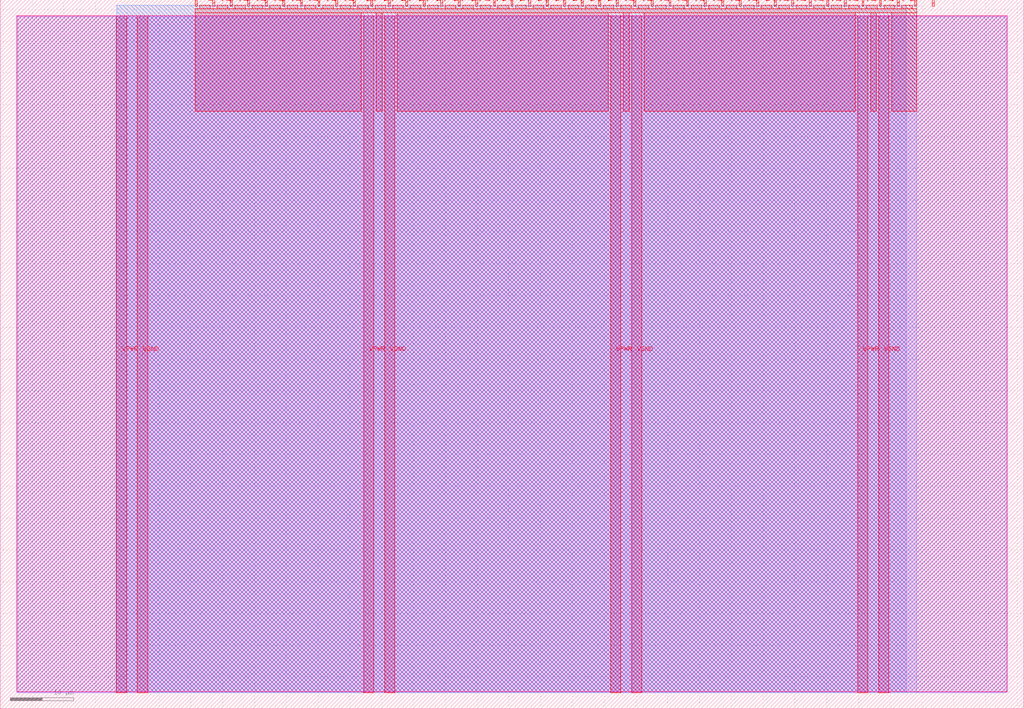
<source format=lef>
VERSION 5.7 ;
  NOWIREEXTENSIONATPIN ON ;
  DIVIDERCHAR "/" ;
  BUSBITCHARS "[]" ;
MACRO tt_um_control_block
  CLASS BLOCK ;
  FOREIGN tt_um_control_block ;
  ORIGIN 0.000 0.000 ;
  SIZE 161.000 BY 111.520 ;
  PIN VGND
    DIRECTION INOUT ;
    USE GROUND ;
    PORT
      LAYER met4 ;
        RECT 21.580 2.480 23.180 109.040 ;
    END
    PORT
      LAYER met4 ;
        RECT 60.450 2.480 62.050 109.040 ;
    END
    PORT
      LAYER met4 ;
        RECT 99.320 2.480 100.920 109.040 ;
    END
    PORT
      LAYER met4 ;
        RECT 138.190 2.480 139.790 109.040 ;
    END
  END VGND
  PIN VPWR
    DIRECTION INOUT ;
    USE POWER ;
    PORT
      LAYER met4 ;
        RECT 18.280 2.480 19.880 109.040 ;
    END
    PORT
      LAYER met4 ;
        RECT 57.150 2.480 58.750 109.040 ;
    END
    PORT
      LAYER met4 ;
        RECT 96.020 2.480 97.620 109.040 ;
    END
    PORT
      LAYER met4 ;
        RECT 134.890 2.480 136.490 109.040 ;
    END
  END VPWR
  PIN clk
    DIRECTION INPUT ;
    USE SIGNAL ;
    ANTENNAGATEAREA 0.852000 ;
    PORT
      LAYER met4 ;
        RECT 143.830 110.520 144.130 111.520 ;
    END
  END clk
  PIN ena
    DIRECTION INPUT ;
    USE SIGNAL ;
    PORT
      LAYER met4 ;
        RECT 146.590 110.520 146.890 111.520 ;
    END
  END ena
  PIN rst_n
    DIRECTION INPUT ;
    USE SIGNAL ;
    ANTENNAGATEAREA 0.196500 ;
    PORT
      LAYER met4 ;
        RECT 141.070 110.520 141.370 111.520 ;
    END
  END rst_n
  PIN ui_in[0]
    DIRECTION INPUT ;
    USE SIGNAL ;
    ANTENNAGATEAREA 0.196500 ;
    PORT
      LAYER met4 ;
        RECT 138.310 110.520 138.610 111.520 ;
    END
  END ui_in[0]
  PIN ui_in[1]
    DIRECTION INPUT ;
    USE SIGNAL ;
    ANTENNAGATEAREA 0.196500 ;
    PORT
      LAYER met4 ;
        RECT 135.550 110.520 135.850 111.520 ;
    END
  END ui_in[1]
  PIN ui_in[2]
    DIRECTION INPUT ;
    USE SIGNAL ;
    ANTENNAGATEAREA 0.196500 ;
    PORT
      LAYER met4 ;
        RECT 132.790 110.520 133.090 111.520 ;
    END
  END ui_in[2]
  PIN ui_in[3]
    DIRECTION INPUT ;
    USE SIGNAL ;
    ANTENNAGATEAREA 0.196500 ;
    PORT
      LAYER met4 ;
        RECT 130.030 110.520 130.330 111.520 ;
    END
  END ui_in[3]
  PIN ui_in[4]
    DIRECTION INPUT ;
    USE SIGNAL ;
    PORT
      LAYER met4 ;
        RECT 127.270 110.520 127.570 111.520 ;
    END
  END ui_in[4]
  PIN ui_in[5]
    DIRECTION INPUT ;
    USE SIGNAL ;
    PORT
      LAYER met4 ;
        RECT 124.510 110.520 124.810 111.520 ;
    END
  END ui_in[5]
  PIN ui_in[6]
    DIRECTION INPUT ;
    USE SIGNAL ;
    PORT
      LAYER met4 ;
        RECT 121.750 110.520 122.050 111.520 ;
    END
  END ui_in[6]
  PIN ui_in[7]
    DIRECTION INPUT ;
    USE SIGNAL ;
    PORT
      LAYER met4 ;
        RECT 118.990 110.520 119.290 111.520 ;
    END
  END ui_in[7]
  PIN uio_in[0]
    DIRECTION INPUT ;
    USE SIGNAL ;
    PORT
      LAYER met4 ;
        RECT 116.230 110.520 116.530 111.520 ;
    END
  END uio_in[0]
  PIN uio_in[1]
    DIRECTION INPUT ;
    USE SIGNAL ;
    PORT
      LAYER met4 ;
        RECT 113.470 110.520 113.770 111.520 ;
    END
  END uio_in[1]
  PIN uio_in[2]
    DIRECTION INPUT ;
    USE SIGNAL ;
    PORT
      LAYER met4 ;
        RECT 110.710 110.520 111.010 111.520 ;
    END
  END uio_in[2]
  PIN uio_in[3]
    DIRECTION INPUT ;
    USE SIGNAL ;
    PORT
      LAYER met4 ;
        RECT 107.950 110.520 108.250 111.520 ;
    END
  END uio_in[3]
  PIN uio_in[4]
    DIRECTION INPUT ;
    USE SIGNAL ;
    PORT
      LAYER met4 ;
        RECT 105.190 110.520 105.490 111.520 ;
    END
  END uio_in[4]
  PIN uio_in[5]
    DIRECTION INPUT ;
    USE SIGNAL ;
    PORT
      LAYER met4 ;
        RECT 102.430 110.520 102.730 111.520 ;
    END
  END uio_in[5]
  PIN uio_in[6]
    DIRECTION INPUT ;
    USE SIGNAL ;
    PORT
      LAYER met4 ;
        RECT 99.670 110.520 99.970 111.520 ;
    END
  END uio_in[6]
  PIN uio_in[7]
    DIRECTION INPUT ;
    USE SIGNAL ;
    PORT
      LAYER met4 ;
        RECT 96.910 110.520 97.210 111.520 ;
    END
  END uio_in[7]
  PIN uio_oe[0]
    DIRECTION OUTPUT ;
    USE SIGNAL ;
    PORT
      LAYER met4 ;
        RECT 49.990 110.520 50.290 111.520 ;
    END
  END uio_oe[0]
  PIN uio_oe[1]
    DIRECTION OUTPUT ;
    USE SIGNAL ;
    PORT
      LAYER met4 ;
        RECT 47.230 110.520 47.530 111.520 ;
    END
  END uio_oe[1]
  PIN uio_oe[2]
    DIRECTION OUTPUT ;
    USE SIGNAL ;
    PORT
      LAYER met4 ;
        RECT 44.470 110.520 44.770 111.520 ;
    END
  END uio_oe[2]
  PIN uio_oe[3]
    DIRECTION OUTPUT ;
    USE SIGNAL ;
    PORT
      LAYER met4 ;
        RECT 41.710 110.520 42.010 111.520 ;
    END
  END uio_oe[3]
  PIN uio_oe[4]
    DIRECTION OUTPUT ;
    USE SIGNAL ;
    PORT
      LAYER met4 ;
        RECT 38.950 110.520 39.250 111.520 ;
    END
  END uio_oe[4]
  PIN uio_oe[5]
    DIRECTION OUTPUT ;
    USE SIGNAL ;
    PORT
      LAYER met4 ;
        RECT 36.190 110.520 36.490 111.520 ;
    END
  END uio_oe[5]
  PIN uio_oe[6]
    DIRECTION OUTPUT ;
    USE SIGNAL ;
    PORT
      LAYER met4 ;
        RECT 33.430 110.520 33.730 111.520 ;
    END
  END uio_oe[6]
  PIN uio_oe[7]
    DIRECTION OUTPUT ;
    USE SIGNAL ;
    PORT
      LAYER met4 ;
        RECT 30.670 110.520 30.970 111.520 ;
    END
  END uio_oe[7]
  PIN uio_out[0]
    DIRECTION OUTPUT ;
    USE SIGNAL ;
    ANTENNADIFFAREA 0.445500 ;
    PORT
      LAYER met4 ;
        RECT 72.070 110.520 72.370 111.520 ;
    END
  END uio_out[0]
  PIN uio_out[1]
    DIRECTION OUTPUT ;
    USE SIGNAL ;
    ANTENNADIFFAREA 0.445500 ;
    PORT
      LAYER met4 ;
        RECT 69.310 110.520 69.610 111.520 ;
    END
  END uio_out[1]
  PIN uio_out[2]
    DIRECTION OUTPUT ;
    USE SIGNAL ;
    ANTENNADIFFAREA 0.445500 ;
    PORT
      LAYER met4 ;
        RECT 66.550 110.520 66.850 111.520 ;
    END
  END uio_out[2]
  PIN uio_out[3]
    DIRECTION OUTPUT ;
    USE SIGNAL ;
    ANTENNADIFFAREA 0.445500 ;
    PORT
      LAYER met4 ;
        RECT 63.790 110.520 64.090 111.520 ;
    END
  END uio_out[3]
  PIN uio_out[4]
    DIRECTION OUTPUT ;
    USE SIGNAL ;
    ANTENNADIFFAREA 0.445500 ;
    PORT
      LAYER met4 ;
        RECT 61.030 110.520 61.330 111.520 ;
    END
  END uio_out[4]
  PIN uio_out[5]
    DIRECTION OUTPUT ;
    USE SIGNAL ;
    ANTENNADIFFAREA 0.445500 ;
    PORT
      LAYER met4 ;
        RECT 58.270 110.520 58.570 111.520 ;
    END
  END uio_out[5]
  PIN uio_out[6]
    DIRECTION OUTPUT ;
    USE SIGNAL ;
    ANTENNADIFFAREA 0.445500 ;
    PORT
      LAYER met4 ;
        RECT 55.510 110.520 55.810 111.520 ;
    END
  END uio_out[6]
  PIN uio_out[7]
    DIRECTION OUTPUT ;
    USE SIGNAL ;
    ANTENNADIFFAREA 0.445500 ;
    PORT
      LAYER met4 ;
        RECT 52.750 110.520 53.050 111.520 ;
    END
  END uio_out[7]
  PIN uo_out[0]
    DIRECTION OUTPUT ;
    USE SIGNAL ;
    ANTENNADIFFAREA 0.445500 ;
    PORT
      LAYER met4 ;
        RECT 94.150 110.520 94.450 111.520 ;
    END
  END uo_out[0]
  PIN uo_out[1]
    DIRECTION OUTPUT ;
    USE SIGNAL ;
    ANTENNADIFFAREA 0.445500 ;
    PORT
      LAYER met4 ;
        RECT 91.390 110.520 91.690 111.520 ;
    END
  END uo_out[1]
  PIN uo_out[2]
    DIRECTION OUTPUT ;
    USE SIGNAL ;
    ANTENNADIFFAREA 0.445500 ;
    PORT
      LAYER met4 ;
        RECT 88.630 110.520 88.930 111.520 ;
    END
  END uo_out[2]
  PIN uo_out[3]
    DIRECTION OUTPUT ;
    USE SIGNAL ;
    ANTENNADIFFAREA 0.445500 ;
    PORT
      LAYER met4 ;
        RECT 85.870 110.520 86.170 111.520 ;
    END
  END uo_out[3]
  PIN uo_out[4]
    DIRECTION OUTPUT ;
    USE SIGNAL ;
    ANTENNADIFFAREA 0.445500 ;
    PORT
      LAYER met4 ;
        RECT 83.110 110.520 83.410 111.520 ;
    END
  END uo_out[4]
  PIN uo_out[5]
    DIRECTION OUTPUT ;
    USE SIGNAL ;
    ANTENNADIFFAREA 0.445500 ;
    PORT
      LAYER met4 ;
        RECT 80.350 110.520 80.650 111.520 ;
    END
  END uo_out[5]
  PIN uo_out[6]
    DIRECTION OUTPUT ;
    USE SIGNAL ;
    ANTENNADIFFAREA 0.445500 ;
    PORT
      LAYER met4 ;
        RECT 77.590 110.520 77.890 111.520 ;
    END
  END uo_out[6]
  PIN uo_out[7]
    DIRECTION OUTPUT ;
    USE SIGNAL ;
    ANTENNADIFFAREA 0.795200 ;
    PORT
      LAYER met4 ;
        RECT 74.830 110.520 75.130 111.520 ;
    END
  END uo_out[7]
  OBS
      LAYER nwell ;
        RECT 2.570 2.635 158.430 108.990 ;
      LAYER li1 ;
        RECT 2.760 2.635 158.240 108.885 ;
      LAYER met1 ;
        RECT 2.760 2.480 158.240 109.040 ;
      LAYER met2 ;
        RECT 18.310 2.535 142.510 110.685 ;
      LAYER met3 ;
        RECT 18.290 2.555 144.170 110.665 ;
      LAYER met4 ;
        RECT 31.370 110.120 33.030 110.665 ;
        RECT 34.130 110.120 35.790 110.665 ;
        RECT 36.890 110.120 38.550 110.665 ;
        RECT 39.650 110.120 41.310 110.665 ;
        RECT 42.410 110.120 44.070 110.665 ;
        RECT 45.170 110.120 46.830 110.665 ;
        RECT 47.930 110.120 49.590 110.665 ;
        RECT 50.690 110.120 52.350 110.665 ;
        RECT 53.450 110.120 55.110 110.665 ;
        RECT 56.210 110.120 57.870 110.665 ;
        RECT 58.970 110.120 60.630 110.665 ;
        RECT 61.730 110.120 63.390 110.665 ;
        RECT 64.490 110.120 66.150 110.665 ;
        RECT 67.250 110.120 68.910 110.665 ;
        RECT 70.010 110.120 71.670 110.665 ;
        RECT 72.770 110.120 74.430 110.665 ;
        RECT 75.530 110.120 77.190 110.665 ;
        RECT 78.290 110.120 79.950 110.665 ;
        RECT 81.050 110.120 82.710 110.665 ;
        RECT 83.810 110.120 85.470 110.665 ;
        RECT 86.570 110.120 88.230 110.665 ;
        RECT 89.330 110.120 90.990 110.665 ;
        RECT 92.090 110.120 93.750 110.665 ;
        RECT 94.850 110.120 96.510 110.665 ;
        RECT 97.610 110.120 99.270 110.665 ;
        RECT 100.370 110.120 102.030 110.665 ;
        RECT 103.130 110.120 104.790 110.665 ;
        RECT 105.890 110.120 107.550 110.665 ;
        RECT 108.650 110.120 110.310 110.665 ;
        RECT 111.410 110.120 113.070 110.665 ;
        RECT 114.170 110.120 115.830 110.665 ;
        RECT 116.930 110.120 118.590 110.665 ;
        RECT 119.690 110.120 121.350 110.665 ;
        RECT 122.450 110.120 124.110 110.665 ;
        RECT 125.210 110.120 126.870 110.665 ;
        RECT 127.970 110.120 129.630 110.665 ;
        RECT 130.730 110.120 132.390 110.665 ;
        RECT 133.490 110.120 135.150 110.665 ;
        RECT 136.250 110.120 137.910 110.665 ;
        RECT 139.010 110.120 140.670 110.665 ;
        RECT 141.770 110.120 143.430 110.665 ;
        RECT 30.655 109.440 144.145 110.120 ;
        RECT 30.655 94.015 56.750 109.440 ;
        RECT 59.150 94.015 60.050 109.440 ;
        RECT 62.450 94.015 95.620 109.440 ;
        RECT 98.020 94.015 98.920 109.440 ;
        RECT 101.320 94.015 134.490 109.440 ;
        RECT 136.890 94.015 137.790 109.440 ;
        RECT 140.190 94.015 144.145 109.440 ;
  END
END tt_um_control_block
END LIBRARY


</source>
